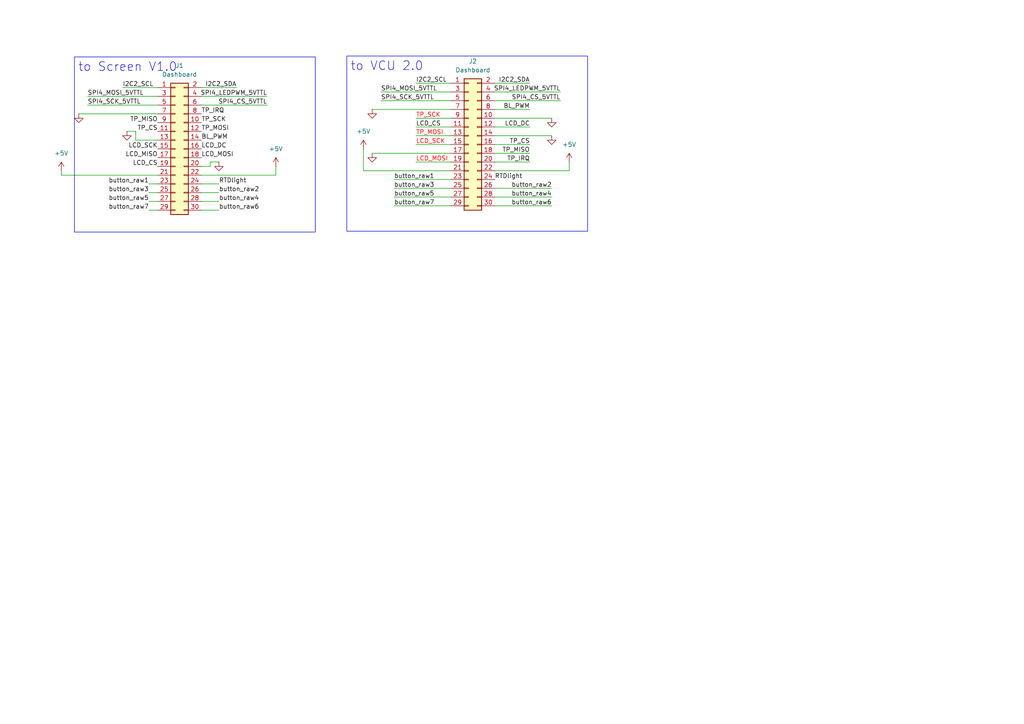
<source format=kicad_sch>
(kicad_sch (version 20231120) (generator "eeschema") (generator_version "8.0")
  (paper "A4")
  (title_block (title "Dash_Screen_Adaptor") (date "2025-03-07") (rev "1.0") (company "NTURacing") (comment 1 "Jack Kuo"))
  (lib_symbols
    (symbol "Connector_Generic:Conn_02x15_Odd_Even" (pin_names (offset 1.016) hide)
      (property "Reference" "J" (at 1.27 20.32 0))
      (property "Value" "Conn_02x15_Odd_Even" (at 1.27 -20.32 0))
      (symbol "Conn_02x15_Odd_Even_1_1"
        (rectangle (start -1.27 -17.653) (end 0 -17.907) (stroke (width 0.1524)))
        (rectangle (start -1.27 -15.113) (end 0 -15.367) (stroke (width 0.1524)))
        (rectangle (start -1.27 -12.573) (end 0 -12.827) (stroke (width 0.1524)))
        (rectangle (start -1.27 -10.033) (end 0 -10.287) (stroke (width 0.1524)))
        (rectangle (start -1.27 -7.493) (end 0 -7.747) (stroke (width 0.1524)))
        (rectangle (start -1.27 -4.953) (end 0 -5.207) (stroke (width 0.1524)))
        (rectangle (start -1.27 -2.413) (end 0 -2.667) (stroke (width 0.1524)))
        (rectangle (start -1.27 0.127) (end 0 -0.127) (stroke (width 0.1524)))
        (rectangle (start -1.27 2.667) (end 0 2.413) (stroke (width 0.1524)))
        (rectangle (start -1.27 5.207) (end 0 4.953) (stroke (width 0.1524)))
        (rectangle (start -1.27 7.747) (end 0 7.493) (stroke (width 0.1524)))
        (rectangle (start -1.27 10.287) (end 0 10.033) (stroke (width 0.1524)))
        (rectangle (start -1.27 12.827) (end 0 12.573) (stroke (width 0.1524)))
        (rectangle (start -1.27 15.367) (end 0 15.113) (stroke (width 0.1524)))
        (rectangle (start -1.27 17.907) (end 0 17.653) (stroke (width 0.1524)))
        (rectangle (start -1.27 19.05) (end 3.81 -19.05) (stroke (width 0.254)) (fill (type background)))
        (rectangle (start 3.81 -17.653) (end 2.54 -17.907) (stroke (width 0.1524)))
        (rectangle (start 3.81 -15.113) (end 2.54 -15.367) (stroke (width 0.1524)))
        (rectangle (start 3.81 -12.573) (end 2.54 -12.827) (stroke (width 0.1524)))
        (rectangle (start 3.81 -10.033) (end 2.54 -10.287) (stroke (width 0.1524)))
        (rectangle (start 3.81 -7.493) (end 2.54 -7.747) (stroke (width 0.1524)))
        (rectangle (start 3.81 -4.953) (end 2.54 -5.207) (stroke (width 0.1524)))
        (rectangle (start 3.81 -2.413) (end 2.54 -2.667) (stroke (width 0.1524)))
        (rectangle (start 3.81 0.127) (end 2.54 -0.127) (stroke (width 0.1524)))
        (rectangle (start 3.81 2.667) (end 2.54 2.413) (stroke (width 0.1524)))
        (rectangle (start 3.81 5.207) (end 2.54 4.953) (stroke (width 0.1524)))
        (rectangle (start 3.81 7.747) (end 2.54 7.493) (stroke (width 0.1524)))
        (rectangle (start 3.81 10.287) (end 2.54 10.033) (stroke (width 0.1524)))
        (rectangle (start 3.81 12.827) (end 2.54 12.573) (stroke (width 0.1524)))
        (rectangle (start 3.81 15.367) (end 2.54 15.113) (stroke (width 0.1524)))
        (rectangle (start 3.81 17.907) (end 2.54 17.653) (stroke (width 0.1524)))
        (pin passive line (at -5.08 17.78 0) (length 3.81) (name "Pin_1") (number "1"))
        (pin passive line (at 7.62 7.62 180) (length 3.81) (name "Pin_10") (number "10"))
        (pin passive line (at -5.08 5.08 0) (length 3.81) (name "Pin_11") (number "11"))
        (pin passive line (at 7.62 5.08 180) (length 3.81) (name "Pin_12") (number "12"))
        (pin passive line (at -5.08 2.54 0) (length 3.81) (name "Pin_13") (number "13"))
        (pin passive line (at 7.62 2.54 180) (length 3.81) (name "Pin_14") (number "14"))
        (pin passive line (at -5.08 0 0) (length 3.81) (name "Pin_15") (number "15"))
        (pin passive line (at 7.62 0 180) (length 3.81) (name "Pin_16") (number "16"))
        (pin passive line (at -5.08 -2.54 0) (length 3.81) (name "Pin_17") (number "17"))
        (pin passive line (at 7.62 -2.54 180) (length 3.81) (name "Pin_18") (number "18"))
        (pin passive line (at -5.08 -5.08 0) (length 3.81) (name "Pin_19") (number "19"))
        (pin passive line (at 7.62 17.78 180) (length 3.81) (name "Pin_2") (number "2"))
        (pin passive line (at 7.62 -5.08 180) (length 3.81) (name "Pin_20") (number "20"))
        (pin passive line (at -5.08 -7.62 0) (length 3.81) (name "Pin_21") (number "21"))
        (pin passive line (at 7.62 -7.62 180) (length 3.81) (name "Pin_22") (number "22"))
        (pin passive line (at -5.08 -10.16 0) (length 3.81) (name "Pin_23") (number "23"))
        (pin passive line (at 7.62 -10.16 180) (length 3.81) (name "Pin_24") (number "24"))
        (pin passive line (at -5.08 -12.7 0) (length 3.81) (name "Pin_25") (number "25"))
        (pin passive line (at 7.62 -12.7 180) (length 3.81) (name "Pin_26") (number "26"))
        (pin passive line (at -5.08 -15.24 0) (length 3.81) (name "Pin_27") (number "27"))
        (pin passive line (at 7.62 -15.24 180) (length 3.81) (name "Pin_28") (number "28"))
        (pin passive line (at -5.08 -17.78 0) (length 3.81) (name "Pin_29") (number "29"))
        (pin passive line (at -5.08 15.24 0) (length 3.81) (name "Pin_3") (number "3"))
        (pin passive line (at 7.62 -17.78 180) (length 3.81) (name "Pin_30") (number "30"))
        (pin passive line (at 7.62 15.24 180) (length 3.81) (name "Pin_4") (number "4"))
        (pin passive line (at -5.08 12.7 0) (length 3.81) (name "Pin_5") (number "5"))
        (pin passive line (at 7.62 12.7 180) (length 3.81) (name "Pin_6") (number "6"))
        (pin passive line (at -5.08 10.16 0) (length 3.81) (name "Pin_7") (number "7"))
        (pin passive line (at 7.62 10.16 180) (length 3.81) (name "Pin_8") (number "8"))
        (pin passive line (at -5.08 7.62 0) (length 3.81) (name "Pin_9") (number "9"))
      )
    )
    (symbol "power:+5V" (power) (pin_numbers hide) (pin_names (offset 0) hide)
      (property "Value" "+5V" (at 0 3.556 0))
      (symbol "+5V_0_1"
        (polyline (pts (xy -0.762 1.27) (xy 0 2.54)))
        (polyline (pts (xy 0 0) (xy 0 2.54)))
        (polyline (pts (xy 0 2.54) (xy 0.762 1.27)))
      )
      (symbol "+5V_1_1"
        (pin power_in line (at 0 0 90) (length 0) (name "~") (number "1"))
      )
    )
    (symbol "power:GND" (power) (pin_numbers hide) (pin_names (offset 0) hide)
      (property "Value" "GND" (at 0 -3.81 0))
      (symbol "GND_0_1"
        (polyline (pts (xy 0 0) (xy 0 -1.27) (xy 1.27 -1.27) (xy 0 -2.54) (xy -1.27 -1.27) (xy 0 -1.27)))
      )
      (symbol "GND_1_1"
        (pin power_in line (at 0 0 270) (length 0) (name "~") (number "1"))
      )
    )
  )
  (wire (pts (xy 165.1 46.99) (xy 165.1 49.53)))
  (wire (pts (xy 143.51 44.45) (xy 153.67 44.45)))
  (wire (pts (xy 43.18 58.42) (xy 45.72 58.42)))
  (wire (pts (xy 58.42 50.8) (xy 80.01 50.8)))
  (wire (pts (xy 43.18 55.88) (xy 45.72 55.88)))
  (wire (pts (xy 114.3 54.61) (xy 130.81 54.61)))
  (wire (pts (xy 58.42 27.94) (xy 77.47 27.94)))
  (wire (pts (xy 114.3 57.15) (xy 130.81 57.15)))
  (wire (pts (xy 107.95 44.45) (xy 130.81 44.45)))
  (wire (pts (xy 110.49 29.21) (xy 130.81 29.21)))
  (wire (pts (xy 143.51 26.67) (xy 162.56 26.67)))
  (wire (pts (xy 63.5 53.34) (xy 58.42 53.34)))
  (wire (pts (xy 143.51 31.75) (xy 153.67 31.75)))
  (wire (pts (xy 114.3 52.07) (xy 130.81 52.07)))
  (wire (pts (xy 39.37 40.64) (xy 45.72 40.64)))
  (wire (pts (xy 80.01 48.26) (xy 80.01 50.8)))
  (wire (pts (xy 143.51 24.13) (xy 153.67 24.13)))
  (wire (pts (xy 143.51 54.61) (xy 160.02 54.61)))
  (wire (pts (xy 58.42 25.4) (xy 68.58 25.4)))
  (wire (pts (xy 120.65 24.13) (xy 130.81 24.13)))
  (wire (pts (xy 22.86 33.02) (xy 45.72 33.02)))
  (wire (pts (xy 143.51 36.83) (xy 153.67 36.83)))
  (wire (pts (xy 120.65 46.99) (xy 130.81 46.99)))
  (wire (pts (xy 107.95 31.75) (xy 130.81 31.75)))
  (wire (pts (xy 58.42 30.48) (xy 77.47 30.48)))
  (wire (pts (xy 143.51 59.69) (xy 160.02 59.69)))
  (wire (pts (xy 143.51 49.53) (xy 165.1 49.53)))
  (wire (pts (xy 63.5 58.42) (xy 58.42 58.42)))
  (wire (pts (xy 143.51 57.15) (xy 160.02 57.15)))
  (wire (pts (xy 120.65 41.91) (xy 130.81 41.91)))
  (wire (pts (xy 63.5 55.88) (xy 58.42 55.88)))
  (wire (pts (xy 63.5 60.96) (xy 58.42 60.96)))
  (wire (pts (xy 35.56 25.4) (xy 45.72 25.4)))
  (wire (pts (xy 60.96 46.99) (xy 63.5 46.99)))
  (wire (pts (xy 110.49 26.67) (xy 130.81 26.67)))
  (wire (pts (xy 17.78 49.53) (xy 17.78 50.8)))
  (wire (pts (xy 25.4 27.94) (xy 45.72 27.94)))
  (wire (pts (xy 60.96 46.99) (xy 60.96 48.26)))
  (wire (pts (xy 39.37 38.1) (xy 39.37 40.64)))
  (wire (pts (xy 143.51 29.21) (xy 162.56 29.21)))
  (wire (pts (xy 143.51 34.29) (xy 160.02 34.29)))
  (wire (pts (xy 43.18 53.34) (xy 45.72 53.34)))
  (wire (pts (xy 43.18 60.96) (xy 45.72 60.96)))
  (wire (pts (xy 120.65 36.83) (xy 130.81 36.83)))
  (wire (pts (xy 120.65 34.29) (xy 130.81 34.29)))
  (wire (pts (xy 114.3 59.69) (xy 130.81 59.69)))
  (wire (pts (xy 17.78 50.8) (xy 45.72 50.8)))
  (wire (pts (xy 25.4 30.48) (xy 45.72 30.48)))
  (wire (pts (xy 60.96 48.26) (xy 58.42 48.26)))
  (wire (pts (xy 143.51 39.37) (xy 160.02 39.37)))
  (wire (pts (xy 36.83 38.1) (xy 39.37 38.1)))
  (wire (pts (xy 120.65 39.37) (xy 130.81 39.37)))
  (wire (pts (xy 143.51 41.91) (xy 153.67 41.91)))
  (wire (pts (xy 105.41 49.53) (xy 130.81 49.53)))
  (wire (pts (xy 143.51 46.99) (xy 153.67 46.99)))
  (wire (pts (xy 105.41 43.18) (xy 105.41 49.53)))
  (rectangle (start 100.584 16.256) (end 170.434 67.056))
  (rectangle (start 21.59 16.51) (end 91.44 67.31))
  (text "to Screen V1.0" (at 22.606 18.034 0) (effects (font (size 2.54 2.54)) (justify left top)))
  (text "to VCU 2.0" (at 101.6 17.78 0) (effects (font (size 2.54 2.54)) (justify left top)))
  (label "SPI4_MOSI_5VTTL" (at 25.4 27.94 0))
  (label "I2C2_SCL" (at 35.56 25.4 0))
  (label "BL_PWM" (at 153.67 31.75 180))
  (label "TP_MISO" (at 153.67 44.45 180))
  (label "LCD_MISO" (at 45.72 45.72 180))
  (label "button_raw6" (at 63.5 60.96 0))
  (label "RTDlight" (at 63.5 53.34 0))
  (label "LCD_CS" (at 45.72 48.26 180))
  (label "TP_IRQ" (at 58.42 33.02 0))
  (label "button_raw7" (at 43.18 60.96 180))
  (label "LCD_CS" (at 120.65 36.83 0))
  (label "LCD_MOSI" (at 120.65 46.99 0))
  (label "TP_MISO" (at 45.72 35.56 180))
  (label "BL_PWM" (at 58.42 40.64 0))
  (label "button_raw5" (at 43.18 58.42 180))
  (label "button_raw3" (at 114.3 54.61 0))
  (label "LCD_SCK" (at 120.65 41.91 0))
  (label "SPI4_LEDPWM_5VTTL" (at 77.47 27.94 180))
  (label "button_raw3" (at 43.18 55.88 180))
  (label "I2C2_SDA" (at 68.58 25.4 180))
  (label "LCD_DC" (at 58.42 43.18 0))
  (label "LCD_DC" (at 153.67 36.83 180))
  (label "button_raw4" (at 63.5 58.42 0))
  (label "RTDlight" (at 143.51 52.07 0))
  (label "SPI4_SCK_5VTTL" (at 110.49 29.21 0))
  (label "button_raw2" (at 63.5 55.88 0))
  (label "SPI4_CS_5VTTL" (at 162.56 29.21 180))
  (label "button_raw4" (at 160.02 57.15 180))
  (label "TP_CS" (at 153.67 41.91 180))
  (label "LCD_MOSI" (at 58.42 45.72 0))
  (label "TP_MOSI" (at 120.65 39.37 0))
  (label "TP_MOSI" (at 58.42 38.1 0))
  (label "button_raw1" (at 43.18 53.34 180))
  (label "button_raw6" (at 160.02 59.69 180))
  (label "button_raw5" (at 114.3 57.15 0))
  (label "button_raw7" (at 114.3 59.69 0))
  (label "LCD_SCK" (at 45.72 43.18 180))
  (label "I2C2_SDA" (at 153.67 24.13 180))
  (label "SPI4_CS_5VTTL" (at 77.47 30.48 180))
  (label "button_raw1" (at 114.3 52.07 0))
  (label "TP_IRQ" (at 153.67 46.99 180))
  (label "SPI4_SCK_5VTTL" (at 25.4 30.48 0))
  (label "button_raw2" (at 160.02 54.61 180))
  (label "SPI4_MOSI_5VTTL" (at 110.49 26.67 0))
  (label "TP_CS" (at 45.72 38.1 180))
  (label "TP_SCK" (at 58.42 35.56 0))
  (label "SPI4_LEDPWM_5VTTL" (at 162.56 26.67 180))
  (label "I2C2_SCL" (at 120.65 24.13 0))
  (label "TP_SCK" (at 120.65 34.29 0))
  (symbol (lib_id "power:+5V") (at 165.1 46.99 0) (mirror y) (unit 1)
    (property "Reference" "#PWR011" (effects (hide yes)))
    (property "Value" "+5V" (at 165.1 41.91 0))
    (property "Description" "Power symbol creates a global label with name \"+5V\"" (effects (hide yes)))
  )
  (symbol (lib_id "power:GND") (at 22.86 33.02 0) (unit 1)
    (property "Reference" "#PWR01" (effects (hide yes)))
    (property "Value" "GND" (effects (hide yes)))
    (property "Description" "Power symbol creates a global label with name \"GND\" , ground" (effects (hide yes)))
  )
  (symbol (lib_id "Connector_Generic:Conn_02x15_Odd_Even") (at 50.8 43.18 0) (unit 1)
    (property "Reference" "J1" (at 52.07 19.05 0))
    (property "Value" "Dashboard" (at 52.07 21.59 0))
    (property "Footprint" "Connector_IDC:IDC-Header_2x15_P2.54mm_Vertical" (effects (hide yes)))
    (property "Description" "Generic connector, double row, 02x15, odd/even pin numbering scheme (row 1 odd numbers, row 2 even numbers), script generated (kicad-library-utils/schlib/autogen/connector/)" (effects (hide yes)))
  )
  (symbol (lib_id "power:GND") (at 63.5 46.99 0) (unit 1)
    (property "Reference" "#PWR03" (effects (hide yes)))
    (property "Value" "GND" (effects (hide yes)))
    (property "Description" "Power symbol creates a global label with name \"GND\" , ground" (effects (hide yes)))
  )
  (symbol (lib_id "power:+5V") (at 105.41 43.18 0) (mirror y) (unit 1)
    (property "Reference" "#PWR09" (effects (hide yes)))
    (property "Value" "+5V" (at 105.41 38.1 0))
    (property "Description" "Power symbol creates a global label with name \"+5V\"" (effects (hide yes)))
  )
  (symbol (lib_id "power:GND") (at 160.02 39.37 0) (unit 1)
    (property "Reference" "#PWR08" (effects (hide yes)))
    (property "Value" "GND" (effects (hide yes)))
    (property "Description" "Power symbol creates a global label with name \"GND\" , ground" (effects (hide yes)))
  )
  (symbol (lib_id "power:GND") (at 36.83 38.1 0) (unit 1)
    (property "Reference" "#PWR02" (effects (hide yes)))
    (property "Value" "GND" (effects (hide yes)))
    (property "Description" "Power symbol creates a global label with name \"GND\" , ground" (effects (hide yes)))
  )
  (symbol (lib_id "power:GND") (at 107.95 31.75 0) (unit 1)
    (property "Reference" "#PWR06" (effects (hide yes)))
    (property "Value" "GND" (effects (hide yes)))
    (property "Description" "Power symbol creates a global label with name \"GND\" , ground" (effects (hide yes)))
  )
  (symbol (lib_id "power:+5V") (at 80.01 48.26 0) (mirror y) (unit 1)
    (property "Reference" "#PWR04" (effects (hide yes)))
    (property "Value" "+5V" (at 80.01 43.18 0))
    (property "Description" "Power symbol creates a global label with name \"+5V\"" (effects (hide yes)))
  )
  (symbol (lib_id "power:+5V") (at 17.78 49.53 0) (mirror y) (unit 1)
    (property "Reference" "#PWR05" (effects (hide yes)))
    (property "Value" "+5V" (at 17.78 44.45 0))
    (property "Description" "Power symbol creates a global label with name \"+5V\"" (effects (hide yes)))
  )
  (symbol (lib_id "Connector_Generic:Conn_02x15_Odd_Even") (at 135.89 41.91 0) (unit 1)
    (property "Reference" "J2" (at 137.16 17.78 0))
    (property "Value" "Dashboard" (at 137.16 20.32 0))
    (property "Footprint" "Connector_IDC:IDC-Header_2x15_P2.54mm_Vertical" (effects (hide yes)))
    (property "Description" "Generic connector, double row, 02x15, odd/even pin numbering scheme (row 1 odd numbers, row 2 even numbers), script generated (kicad-library-utils/schlib/autogen/connector/)" (effects (hide yes)))
  )
  (symbol (lib_id "power:GND") (at 160.02 34.29 0) (unit 1)
    (property "Reference" "#PWR07" (effects (hide yes)))
    (property "Value" "GND" (effects (hide yes)))
    (property "Description" "Power symbol creates a global label with name \"GND\" , ground" (effects (hide yes)))
  )
  (symbol (lib_id "power:GND") (at 107.95 44.45 0) (unit 1)
    (property "Reference" "#PWR010" (effects (hide yes)))
    (property "Value" "GND" (effects (hide yes)))
    (property "Description" "Power symbol creates a global label with name \"GND\" , ground" (effects (hide yes)))
  )
)
</source>
